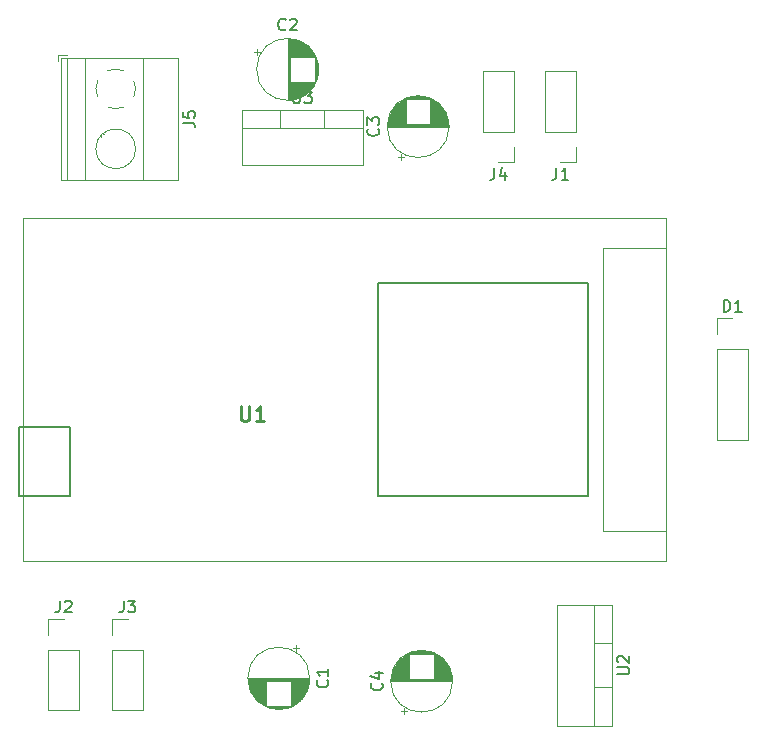
<source format=gbr>
%TF.GenerationSoftware,KiCad,Pcbnew,(5.1.12)-1*%
%TF.CreationDate,2022-11-28T15:07:04-05:00*%
%TF.ProjectId,Acceso,41636365-736f-42e6-9b69-6361645f7063,rev?*%
%TF.SameCoordinates,Original*%
%TF.FileFunction,Legend,Top*%
%TF.FilePolarity,Positive*%
%FSLAX46Y46*%
G04 Gerber Fmt 4.6, Leading zero omitted, Abs format (unit mm)*
G04 Created by KiCad (PCBNEW (5.1.12)-1) date 2022-11-28 15:07:04*
%MOMM*%
%LPD*%
G01*
G04 APERTURE LIST*
%ADD10C,0.120000*%
%ADD11C,0.100000*%
%ADD12C,0.200000*%
%ADD13C,0.150000*%
%ADD14C,0.254000*%
G04 APERTURE END LIST*
D10*
%TO.C,U3*%
X5720000Y16120000D02*
X15960000Y16120000D01*
X5720000Y11479000D02*
X15960000Y11479000D01*
X5720000Y16120000D02*
X5720000Y11479000D01*
X15960000Y16120000D02*
X15960000Y11479000D01*
X5720000Y14610000D02*
X15960000Y14610000D01*
X8990000Y16120000D02*
X8990000Y14610000D01*
X12691000Y16120000D02*
X12691000Y14610000D01*
%TO.C,U1*%
X36300000Y-19550000D02*
X41600000Y-19550000D01*
X36300000Y4450000D02*
X36300000Y-19550000D01*
X41600000Y4450000D02*
X36300000Y4450000D01*
D11*
X-12790000Y6950000D02*
X41610000Y6950000D01*
X41610000Y6950000D02*
X41610000Y-22050000D01*
X41610000Y-22050000D02*
X-12790000Y-22050000D01*
X-12790000Y-22050000D02*
X-12790000Y6950000D01*
D12*
X17220000Y1450000D02*
X17220000Y-16550000D01*
X17220000Y-16550000D02*
X35000000Y-16550000D01*
X35000000Y-16550000D02*
X35000000Y1450000D01*
X35000000Y1450000D02*
X17220000Y1450000D01*
X-13100000Y-10749000D02*
X-13100000Y-16555000D01*
X-13100000Y-16555000D02*
X-8778000Y-16555000D01*
X-8778000Y-16555000D02*
X-8778000Y-10749000D01*
X-8778000Y-10749000D02*
X-13100000Y-10749000D01*
D10*
%TO.C,C4*%
X23570000Y-32250000D02*
G75*
G03*
X23570000Y-32250000I-2620000J0D01*
G01*
X18370000Y-32250000D02*
X23530000Y-32250000D01*
X18370000Y-32210000D02*
X23530000Y-32210000D01*
X18371000Y-32170000D02*
X23529000Y-32170000D01*
X18372000Y-32130000D02*
X23528000Y-32130000D01*
X18374000Y-32090000D02*
X23526000Y-32090000D01*
X18377000Y-32050000D02*
X23523000Y-32050000D01*
X18381000Y-32010000D02*
X19910000Y-32010000D01*
X21990000Y-32010000D02*
X23519000Y-32010000D01*
X18385000Y-31970000D02*
X19910000Y-31970000D01*
X21990000Y-31970000D02*
X23515000Y-31970000D01*
X18389000Y-31930000D02*
X19910000Y-31930000D01*
X21990000Y-31930000D02*
X23511000Y-31930000D01*
X18394000Y-31890000D02*
X19910000Y-31890000D01*
X21990000Y-31890000D02*
X23506000Y-31890000D01*
X18400000Y-31850000D02*
X19910000Y-31850000D01*
X21990000Y-31850000D02*
X23500000Y-31850000D01*
X18407000Y-31810000D02*
X19910000Y-31810000D01*
X21990000Y-31810000D02*
X23493000Y-31810000D01*
X18414000Y-31770000D02*
X19910000Y-31770000D01*
X21990000Y-31770000D02*
X23486000Y-31770000D01*
X18422000Y-31730000D02*
X19910000Y-31730000D01*
X21990000Y-31730000D02*
X23478000Y-31730000D01*
X18430000Y-31690000D02*
X19910000Y-31690000D01*
X21990000Y-31690000D02*
X23470000Y-31690000D01*
X18439000Y-31650000D02*
X19910000Y-31650000D01*
X21990000Y-31650000D02*
X23461000Y-31650000D01*
X18449000Y-31610000D02*
X19910000Y-31610000D01*
X21990000Y-31610000D02*
X23451000Y-31610000D01*
X18459000Y-31570000D02*
X19910000Y-31570000D01*
X21990000Y-31570000D02*
X23441000Y-31570000D01*
X18470000Y-31529000D02*
X19910000Y-31529000D01*
X21990000Y-31529000D02*
X23430000Y-31529000D01*
X18482000Y-31489000D02*
X19910000Y-31489000D01*
X21990000Y-31489000D02*
X23418000Y-31489000D01*
X18495000Y-31449000D02*
X19910000Y-31449000D01*
X21990000Y-31449000D02*
X23405000Y-31449000D01*
X18508000Y-31409000D02*
X19910000Y-31409000D01*
X21990000Y-31409000D02*
X23392000Y-31409000D01*
X18522000Y-31369000D02*
X19910000Y-31369000D01*
X21990000Y-31369000D02*
X23378000Y-31369000D01*
X18536000Y-31329000D02*
X19910000Y-31329000D01*
X21990000Y-31329000D02*
X23364000Y-31329000D01*
X18552000Y-31289000D02*
X19910000Y-31289000D01*
X21990000Y-31289000D02*
X23348000Y-31289000D01*
X18568000Y-31249000D02*
X19910000Y-31249000D01*
X21990000Y-31249000D02*
X23332000Y-31249000D01*
X18585000Y-31209000D02*
X19910000Y-31209000D01*
X21990000Y-31209000D02*
X23315000Y-31209000D01*
X18602000Y-31169000D02*
X19910000Y-31169000D01*
X21990000Y-31169000D02*
X23298000Y-31169000D01*
X18621000Y-31129000D02*
X19910000Y-31129000D01*
X21990000Y-31129000D02*
X23279000Y-31129000D01*
X18640000Y-31089000D02*
X19910000Y-31089000D01*
X21990000Y-31089000D02*
X23260000Y-31089000D01*
X18660000Y-31049000D02*
X19910000Y-31049000D01*
X21990000Y-31049000D02*
X23240000Y-31049000D01*
X18682000Y-31009000D02*
X19910000Y-31009000D01*
X21990000Y-31009000D02*
X23218000Y-31009000D01*
X18703000Y-30969000D02*
X19910000Y-30969000D01*
X21990000Y-30969000D02*
X23197000Y-30969000D01*
X18726000Y-30929000D02*
X19910000Y-30929000D01*
X21990000Y-30929000D02*
X23174000Y-30929000D01*
X18750000Y-30889000D02*
X19910000Y-30889000D01*
X21990000Y-30889000D02*
X23150000Y-30889000D01*
X18775000Y-30849000D02*
X19910000Y-30849000D01*
X21990000Y-30849000D02*
X23125000Y-30849000D01*
X18801000Y-30809000D02*
X19910000Y-30809000D01*
X21990000Y-30809000D02*
X23099000Y-30809000D01*
X18828000Y-30769000D02*
X19910000Y-30769000D01*
X21990000Y-30769000D02*
X23072000Y-30769000D01*
X18855000Y-30729000D02*
X19910000Y-30729000D01*
X21990000Y-30729000D02*
X23045000Y-30729000D01*
X18885000Y-30689000D02*
X19910000Y-30689000D01*
X21990000Y-30689000D02*
X23015000Y-30689000D01*
X18915000Y-30649000D02*
X19910000Y-30649000D01*
X21990000Y-30649000D02*
X22985000Y-30649000D01*
X18946000Y-30609000D02*
X19910000Y-30609000D01*
X21990000Y-30609000D02*
X22954000Y-30609000D01*
X18979000Y-30569000D02*
X19910000Y-30569000D01*
X21990000Y-30569000D02*
X22921000Y-30569000D01*
X19013000Y-30529000D02*
X19910000Y-30529000D01*
X21990000Y-30529000D02*
X22887000Y-30529000D01*
X19049000Y-30489000D02*
X19910000Y-30489000D01*
X21990000Y-30489000D02*
X22851000Y-30489000D01*
X19086000Y-30449000D02*
X19910000Y-30449000D01*
X21990000Y-30449000D02*
X22814000Y-30449000D01*
X19124000Y-30409000D02*
X19910000Y-30409000D01*
X21990000Y-30409000D02*
X22776000Y-30409000D01*
X19165000Y-30369000D02*
X19910000Y-30369000D01*
X21990000Y-30369000D02*
X22735000Y-30369000D01*
X19207000Y-30329000D02*
X19910000Y-30329000D01*
X21990000Y-30329000D02*
X22693000Y-30329000D01*
X19251000Y-30289000D02*
X19910000Y-30289000D01*
X21990000Y-30289000D02*
X22649000Y-30289000D01*
X19297000Y-30249000D02*
X19910000Y-30249000D01*
X21990000Y-30249000D02*
X22603000Y-30249000D01*
X19345000Y-30209000D02*
X19910000Y-30209000D01*
X21990000Y-30209000D02*
X22555000Y-30209000D01*
X19396000Y-30169000D02*
X19910000Y-30169000D01*
X21990000Y-30169000D02*
X22504000Y-30169000D01*
X19450000Y-30129000D02*
X19910000Y-30129000D01*
X21990000Y-30129000D02*
X22450000Y-30129000D01*
X19507000Y-30089000D02*
X19910000Y-30089000D01*
X21990000Y-30089000D02*
X22393000Y-30089000D01*
X19567000Y-30049000D02*
X19910000Y-30049000D01*
X21990000Y-30049000D02*
X22333000Y-30049000D01*
X19631000Y-30009000D02*
X19910000Y-30009000D01*
X21990000Y-30009000D02*
X22269000Y-30009000D01*
X19699000Y-29969000D02*
X19910000Y-29969000D01*
X21990000Y-29969000D02*
X22201000Y-29969000D01*
X19772000Y-29929000D02*
X22128000Y-29929000D01*
X19852000Y-29889000D02*
X22048000Y-29889000D01*
X19939000Y-29849000D02*
X21961000Y-29849000D01*
X20035000Y-29809000D02*
X21865000Y-29809000D01*
X20145000Y-29769000D02*
X21755000Y-29769000D01*
X20273000Y-29729000D02*
X21627000Y-29729000D01*
X20432000Y-29689000D02*
X21468000Y-29689000D01*
X20666000Y-29649000D02*
X21234000Y-29649000D01*
X19475000Y-35054775D02*
X19475000Y-34554775D01*
X19225000Y-34804775D02*
X19725000Y-34804775D01*
%TO.C,C3*%
X23270000Y14700000D02*
G75*
G03*
X23270000Y14700000I-2620000J0D01*
G01*
X18070000Y14700000D02*
X23230000Y14700000D01*
X18070000Y14740000D02*
X23230000Y14740000D01*
X18071000Y14780000D02*
X23229000Y14780000D01*
X18072000Y14820000D02*
X23228000Y14820000D01*
X18074000Y14860000D02*
X23226000Y14860000D01*
X18077000Y14900000D02*
X23223000Y14900000D01*
X18081000Y14940000D02*
X19610000Y14940000D01*
X21690000Y14940000D02*
X23219000Y14940000D01*
X18085000Y14980000D02*
X19610000Y14980000D01*
X21690000Y14980000D02*
X23215000Y14980000D01*
X18089000Y15020000D02*
X19610000Y15020000D01*
X21690000Y15020000D02*
X23211000Y15020000D01*
X18094000Y15060000D02*
X19610000Y15060000D01*
X21690000Y15060000D02*
X23206000Y15060000D01*
X18100000Y15100000D02*
X19610000Y15100000D01*
X21690000Y15100000D02*
X23200000Y15100000D01*
X18107000Y15140000D02*
X19610000Y15140000D01*
X21690000Y15140000D02*
X23193000Y15140000D01*
X18114000Y15180000D02*
X19610000Y15180000D01*
X21690000Y15180000D02*
X23186000Y15180000D01*
X18122000Y15220000D02*
X19610000Y15220000D01*
X21690000Y15220000D02*
X23178000Y15220000D01*
X18130000Y15260000D02*
X19610000Y15260000D01*
X21690000Y15260000D02*
X23170000Y15260000D01*
X18139000Y15300000D02*
X19610000Y15300000D01*
X21690000Y15300000D02*
X23161000Y15300000D01*
X18149000Y15340000D02*
X19610000Y15340000D01*
X21690000Y15340000D02*
X23151000Y15340000D01*
X18159000Y15380000D02*
X19610000Y15380000D01*
X21690000Y15380000D02*
X23141000Y15380000D01*
X18170000Y15421000D02*
X19610000Y15421000D01*
X21690000Y15421000D02*
X23130000Y15421000D01*
X18182000Y15461000D02*
X19610000Y15461000D01*
X21690000Y15461000D02*
X23118000Y15461000D01*
X18195000Y15501000D02*
X19610000Y15501000D01*
X21690000Y15501000D02*
X23105000Y15501000D01*
X18208000Y15541000D02*
X19610000Y15541000D01*
X21690000Y15541000D02*
X23092000Y15541000D01*
X18222000Y15581000D02*
X19610000Y15581000D01*
X21690000Y15581000D02*
X23078000Y15581000D01*
X18236000Y15621000D02*
X19610000Y15621000D01*
X21690000Y15621000D02*
X23064000Y15621000D01*
X18252000Y15661000D02*
X19610000Y15661000D01*
X21690000Y15661000D02*
X23048000Y15661000D01*
X18268000Y15701000D02*
X19610000Y15701000D01*
X21690000Y15701000D02*
X23032000Y15701000D01*
X18285000Y15741000D02*
X19610000Y15741000D01*
X21690000Y15741000D02*
X23015000Y15741000D01*
X18302000Y15781000D02*
X19610000Y15781000D01*
X21690000Y15781000D02*
X22998000Y15781000D01*
X18321000Y15821000D02*
X19610000Y15821000D01*
X21690000Y15821000D02*
X22979000Y15821000D01*
X18340000Y15861000D02*
X19610000Y15861000D01*
X21690000Y15861000D02*
X22960000Y15861000D01*
X18360000Y15901000D02*
X19610000Y15901000D01*
X21690000Y15901000D02*
X22940000Y15901000D01*
X18382000Y15941000D02*
X19610000Y15941000D01*
X21690000Y15941000D02*
X22918000Y15941000D01*
X18403000Y15981000D02*
X19610000Y15981000D01*
X21690000Y15981000D02*
X22897000Y15981000D01*
X18426000Y16021000D02*
X19610000Y16021000D01*
X21690000Y16021000D02*
X22874000Y16021000D01*
X18450000Y16061000D02*
X19610000Y16061000D01*
X21690000Y16061000D02*
X22850000Y16061000D01*
X18475000Y16101000D02*
X19610000Y16101000D01*
X21690000Y16101000D02*
X22825000Y16101000D01*
X18501000Y16141000D02*
X19610000Y16141000D01*
X21690000Y16141000D02*
X22799000Y16141000D01*
X18528000Y16181000D02*
X19610000Y16181000D01*
X21690000Y16181000D02*
X22772000Y16181000D01*
X18555000Y16221000D02*
X19610000Y16221000D01*
X21690000Y16221000D02*
X22745000Y16221000D01*
X18585000Y16261000D02*
X19610000Y16261000D01*
X21690000Y16261000D02*
X22715000Y16261000D01*
X18615000Y16301000D02*
X19610000Y16301000D01*
X21690000Y16301000D02*
X22685000Y16301000D01*
X18646000Y16341000D02*
X19610000Y16341000D01*
X21690000Y16341000D02*
X22654000Y16341000D01*
X18679000Y16381000D02*
X19610000Y16381000D01*
X21690000Y16381000D02*
X22621000Y16381000D01*
X18713000Y16421000D02*
X19610000Y16421000D01*
X21690000Y16421000D02*
X22587000Y16421000D01*
X18749000Y16461000D02*
X19610000Y16461000D01*
X21690000Y16461000D02*
X22551000Y16461000D01*
X18786000Y16501000D02*
X19610000Y16501000D01*
X21690000Y16501000D02*
X22514000Y16501000D01*
X18824000Y16541000D02*
X19610000Y16541000D01*
X21690000Y16541000D02*
X22476000Y16541000D01*
X18865000Y16581000D02*
X19610000Y16581000D01*
X21690000Y16581000D02*
X22435000Y16581000D01*
X18907000Y16621000D02*
X19610000Y16621000D01*
X21690000Y16621000D02*
X22393000Y16621000D01*
X18951000Y16661000D02*
X19610000Y16661000D01*
X21690000Y16661000D02*
X22349000Y16661000D01*
X18997000Y16701000D02*
X19610000Y16701000D01*
X21690000Y16701000D02*
X22303000Y16701000D01*
X19045000Y16741000D02*
X19610000Y16741000D01*
X21690000Y16741000D02*
X22255000Y16741000D01*
X19096000Y16781000D02*
X19610000Y16781000D01*
X21690000Y16781000D02*
X22204000Y16781000D01*
X19150000Y16821000D02*
X19610000Y16821000D01*
X21690000Y16821000D02*
X22150000Y16821000D01*
X19207000Y16861000D02*
X19610000Y16861000D01*
X21690000Y16861000D02*
X22093000Y16861000D01*
X19267000Y16901000D02*
X19610000Y16901000D01*
X21690000Y16901000D02*
X22033000Y16901000D01*
X19331000Y16941000D02*
X19610000Y16941000D01*
X21690000Y16941000D02*
X21969000Y16941000D01*
X19399000Y16981000D02*
X19610000Y16981000D01*
X21690000Y16981000D02*
X21901000Y16981000D01*
X19472000Y17021000D02*
X21828000Y17021000D01*
X19552000Y17061000D02*
X21748000Y17061000D01*
X19639000Y17101000D02*
X21661000Y17101000D01*
X19735000Y17141000D02*
X21565000Y17141000D01*
X19845000Y17181000D02*
X21455000Y17181000D01*
X19973000Y17221000D02*
X21327000Y17221000D01*
X20132000Y17261000D02*
X21168000Y17261000D01*
X20366000Y17301000D02*
X20934000Y17301000D01*
X19175000Y11895225D02*
X19175000Y12395225D01*
X18925000Y12145225D02*
X19425000Y12145225D01*
%TO.C,C2*%
X12220000Y19550000D02*
G75*
G03*
X12220000Y19550000I-2620000J0D01*
G01*
X9600000Y22130000D02*
X9600000Y16970000D01*
X9640000Y22130000D02*
X9640000Y16970000D01*
X9680000Y22129000D02*
X9680000Y16971000D01*
X9720000Y22128000D02*
X9720000Y16972000D01*
X9760000Y22126000D02*
X9760000Y16974000D01*
X9800000Y22123000D02*
X9800000Y16977000D01*
X9840000Y22119000D02*
X9840000Y20590000D01*
X9840000Y18510000D02*
X9840000Y16981000D01*
X9880000Y22115000D02*
X9880000Y20590000D01*
X9880000Y18510000D02*
X9880000Y16985000D01*
X9920000Y22111000D02*
X9920000Y20590000D01*
X9920000Y18510000D02*
X9920000Y16989000D01*
X9960000Y22106000D02*
X9960000Y20590000D01*
X9960000Y18510000D02*
X9960000Y16994000D01*
X10000000Y22100000D02*
X10000000Y20590000D01*
X10000000Y18510000D02*
X10000000Y17000000D01*
X10040000Y22093000D02*
X10040000Y20590000D01*
X10040000Y18510000D02*
X10040000Y17007000D01*
X10080000Y22086000D02*
X10080000Y20590000D01*
X10080000Y18510000D02*
X10080000Y17014000D01*
X10120000Y22078000D02*
X10120000Y20590000D01*
X10120000Y18510000D02*
X10120000Y17022000D01*
X10160000Y22070000D02*
X10160000Y20590000D01*
X10160000Y18510000D02*
X10160000Y17030000D01*
X10200000Y22061000D02*
X10200000Y20590000D01*
X10200000Y18510000D02*
X10200000Y17039000D01*
X10240000Y22051000D02*
X10240000Y20590000D01*
X10240000Y18510000D02*
X10240000Y17049000D01*
X10280000Y22041000D02*
X10280000Y20590000D01*
X10280000Y18510000D02*
X10280000Y17059000D01*
X10321000Y22030000D02*
X10321000Y20590000D01*
X10321000Y18510000D02*
X10321000Y17070000D01*
X10361000Y22018000D02*
X10361000Y20590000D01*
X10361000Y18510000D02*
X10361000Y17082000D01*
X10401000Y22005000D02*
X10401000Y20590000D01*
X10401000Y18510000D02*
X10401000Y17095000D01*
X10441000Y21992000D02*
X10441000Y20590000D01*
X10441000Y18510000D02*
X10441000Y17108000D01*
X10481000Y21978000D02*
X10481000Y20590000D01*
X10481000Y18510000D02*
X10481000Y17122000D01*
X10521000Y21964000D02*
X10521000Y20590000D01*
X10521000Y18510000D02*
X10521000Y17136000D01*
X10561000Y21948000D02*
X10561000Y20590000D01*
X10561000Y18510000D02*
X10561000Y17152000D01*
X10601000Y21932000D02*
X10601000Y20590000D01*
X10601000Y18510000D02*
X10601000Y17168000D01*
X10641000Y21915000D02*
X10641000Y20590000D01*
X10641000Y18510000D02*
X10641000Y17185000D01*
X10681000Y21898000D02*
X10681000Y20590000D01*
X10681000Y18510000D02*
X10681000Y17202000D01*
X10721000Y21879000D02*
X10721000Y20590000D01*
X10721000Y18510000D02*
X10721000Y17221000D01*
X10761000Y21860000D02*
X10761000Y20590000D01*
X10761000Y18510000D02*
X10761000Y17240000D01*
X10801000Y21840000D02*
X10801000Y20590000D01*
X10801000Y18510000D02*
X10801000Y17260000D01*
X10841000Y21818000D02*
X10841000Y20590000D01*
X10841000Y18510000D02*
X10841000Y17282000D01*
X10881000Y21797000D02*
X10881000Y20590000D01*
X10881000Y18510000D02*
X10881000Y17303000D01*
X10921000Y21774000D02*
X10921000Y20590000D01*
X10921000Y18510000D02*
X10921000Y17326000D01*
X10961000Y21750000D02*
X10961000Y20590000D01*
X10961000Y18510000D02*
X10961000Y17350000D01*
X11001000Y21725000D02*
X11001000Y20590000D01*
X11001000Y18510000D02*
X11001000Y17375000D01*
X11041000Y21699000D02*
X11041000Y20590000D01*
X11041000Y18510000D02*
X11041000Y17401000D01*
X11081000Y21672000D02*
X11081000Y20590000D01*
X11081000Y18510000D02*
X11081000Y17428000D01*
X11121000Y21645000D02*
X11121000Y20590000D01*
X11121000Y18510000D02*
X11121000Y17455000D01*
X11161000Y21615000D02*
X11161000Y20590000D01*
X11161000Y18510000D02*
X11161000Y17485000D01*
X11201000Y21585000D02*
X11201000Y20590000D01*
X11201000Y18510000D02*
X11201000Y17515000D01*
X11241000Y21554000D02*
X11241000Y20590000D01*
X11241000Y18510000D02*
X11241000Y17546000D01*
X11281000Y21521000D02*
X11281000Y20590000D01*
X11281000Y18510000D02*
X11281000Y17579000D01*
X11321000Y21487000D02*
X11321000Y20590000D01*
X11321000Y18510000D02*
X11321000Y17613000D01*
X11361000Y21451000D02*
X11361000Y20590000D01*
X11361000Y18510000D02*
X11361000Y17649000D01*
X11401000Y21414000D02*
X11401000Y20590000D01*
X11401000Y18510000D02*
X11401000Y17686000D01*
X11441000Y21376000D02*
X11441000Y20590000D01*
X11441000Y18510000D02*
X11441000Y17724000D01*
X11481000Y21335000D02*
X11481000Y20590000D01*
X11481000Y18510000D02*
X11481000Y17765000D01*
X11521000Y21293000D02*
X11521000Y20590000D01*
X11521000Y18510000D02*
X11521000Y17807000D01*
X11561000Y21249000D02*
X11561000Y20590000D01*
X11561000Y18510000D02*
X11561000Y17851000D01*
X11601000Y21203000D02*
X11601000Y20590000D01*
X11601000Y18510000D02*
X11601000Y17897000D01*
X11641000Y21155000D02*
X11641000Y20590000D01*
X11641000Y18510000D02*
X11641000Y17945000D01*
X11681000Y21104000D02*
X11681000Y20590000D01*
X11681000Y18510000D02*
X11681000Y17996000D01*
X11721000Y21050000D02*
X11721000Y20590000D01*
X11721000Y18510000D02*
X11721000Y18050000D01*
X11761000Y20993000D02*
X11761000Y20590000D01*
X11761000Y18510000D02*
X11761000Y18107000D01*
X11801000Y20933000D02*
X11801000Y20590000D01*
X11801000Y18510000D02*
X11801000Y18167000D01*
X11841000Y20869000D02*
X11841000Y20590000D01*
X11841000Y18510000D02*
X11841000Y18231000D01*
X11881000Y20801000D02*
X11881000Y20590000D01*
X11881000Y18510000D02*
X11881000Y18299000D01*
X11921000Y20728000D02*
X11921000Y18372000D01*
X11961000Y20648000D02*
X11961000Y18452000D01*
X12001000Y20561000D02*
X12001000Y18539000D01*
X12041000Y20465000D02*
X12041000Y18635000D01*
X12081000Y20355000D02*
X12081000Y18745000D01*
X12121000Y20227000D02*
X12121000Y18873000D01*
X12161000Y20068000D02*
X12161000Y19032000D01*
X12201000Y19834000D02*
X12201000Y19266000D01*
X6795225Y21025000D02*
X7295225Y21025000D01*
X7045225Y21275000D02*
X7045225Y20775000D01*
%TO.C,C1*%
X11470000Y-32000000D02*
G75*
G03*
X11470000Y-32000000I-2620000J0D01*
G01*
X11430000Y-32000000D02*
X6270000Y-32000000D01*
X11430000Y-32040000D02*
X6270000Y-32040000D01*
X11429000Y-32080000D02*
X6271000Y-32080000D01*
X11428000Y-32120000D02*
X6272000Y-32120000D01*
X11426000Y-32160000D02*
X6274000Y-32160000D01*
X11423000Y-32200000D02*
X6277000Y-32200000D01*
X11419000Y-32240000D02*
X9890000Y-32240000D01*
X7810000Y-32240000D02*
X6281000Y-32240000D01*
X11415000Y-32280000D02*
X9890000Y-32280000D01*
X7810000Y-32280000D02*
X6285000Y-32280000D01*
X11411000Y-32320000D02*
X9890000Y-32320000D01*
X7810000Y-32320000D02*
X6289000Y-32320000D01*
X11406000Y-32360000D02*
X9890000Y-32360000D01*
X7810000Y-32360000D02*
X6294000Y-32360000D01*
X11400000Y-32400000D02*
X9890000Y-32400000D01*
X7810000Y-32400000D02*
X6300000Y-32400000D01*
X11393000Y-32440000D02*
X9890000Y-32440000D01*
X7810000Y-32440000D02*
X6307000Y-32440000D01*
X11386000Y-32480000D02*
X9890000Y-32480000D01*
X7810000Y-32480000D02*
X6314000Y-32480000D01*
X11378000Y-32520000D02*
X9890000Y-32520000D01*
X7810000Y-32520000D02*
X6322000Y-32520000D01*
X11370000Y-32560000D02*
X9890000Y-32560000D01*
X7810000Y-32560000D02*
X6330000Y-32560000D01*
X11361000Y-32600000D02*
X9890000Y-32600000D01*
X7810000Y-32600000D02*
X6339000Y-32600000D01*
X11351000Y-32640000D02*
X9890000Y-32640000D01*
X7810000Y-32640000D02*
X6349000Y-32640000D01*
X11341000Y-32680000D02*
X9890000Y-32680000D01*
X7810000Y-32680000D02*
X6359000Y-32680000D01*
X11330000Y-32721000D02*
X9890000Y-32721000D01*
X7810000Y-32721000D02*
X6370000Y-32721000D01*
X11318000Y-32761000D02*
X9890000Y-32761000D01*
X7810000Y-32761000D02*
X6382000Y-32761000D01*
X11305000Y-32801000D02*
X9890000Y-32801000D01*
X7810000Y-32801000D02*
X6395000Y-32801000D01*
X11292000Y-32841000D02*
X9890000Y-32841000D01*
X7810000Y-32841000D02*
X6408000Y-32841000D01*
X11278000Y-32881000D02*
X9890000Y-32881000D01*
X7810000Y-32881000D02*
X6422000Y-32881000D01*
X11264000Y-32921000D02*
X9890000Y-32921000D01*
X7810000Y-32921000D02*
X6436000Y-32921000D01*
X11248000Y-32961000D02*
X9890000Y-32961000D01*
X7810000Y-32961000D02*
X6452000Y-32961000D01*
X11232000Y-33001000D02*
X9890000Y-33001000D01*
X7810000Y-33001000D02*
X6468000Y-33001000D01*
X11215000Y-33041000D02*
X9890000Y-33041000D01*
X7810000Y-33041000D02*
X6485000Y-33041000D01*
X11198000Y-33081000D02*
X9890000Y-33081000D01*
X7810000Y-33081000D02*
X6502000Y-33081000D01*
X11179000Y-33121000D02*
X9890000Y-33121000D01*
X7810000Y-33121000D02*
X6521000Y-33121000D01*
X11160000Y-33161000D02*
X9890000Y-33161000D01*
X7810000Y-33161000D02*
X6540000Y-33161000D01*
X11140000Y-33201000D02*
X9890000Y-33201000D01*
X7810000Y-33201000D02*
X6560000Y-33201000D01*
X11118000Y-33241000D02*
X9890000Y-33241000D01*
X7810000Y-33241000D02*
X6582000Y-33241000D01*
X11097000Y-33281000D02*
X9890000Y-33281000D01*
X7810000Y-33281000D02*
X6603000Y-33281000D01*
X11074000Y-33321000D02*
X9890000Y-33321000D01*
X7810000Y-33321000D02*
X6626000Y-33321000D01*
X11050000Y-33361000D02*
X9890000Y-33361000D01*
X7810000Y-33361000D02*
X6650000Y-33361000D01*
X11025000Y-33401000D02*
X9890000Y-33401000D01*
X7810000Y-33401000D02*
X6675000Y-33401000D01*
X10999000Y-33441000D02*
X9890000Y-33441000D01*
X7810000Y-33441000D02*
X6701000Y-33441000D01*
X10972000Y-33481000D02*
X9890000Y-33481000D01*
X7810000Y-33481000D02*
X6728000Y-33481000D01*
X10945000Y-33521000D02*
X9890000Y-33521000D01*
X7810000Y-33521000D02*
X6755000Y-33521000D01*
X10915000Y-33561000D02*
X9890000Y-33561000D01*
X7810000Y-33561000D02*
X6785000Y-33561000D01*
X10885000Y-33601000D02*
X9890000Y-33601000D01*
X7810000Y-33601000D02*
X6815000Y-33601000D01*
X10854000Y-33641000D02*
X9890000Y-33641000D01*
X7810000Y-33641000D02*
X6846000Y-33641000D01*
X10821000Y-33681000D02*
X9890000Y-33681000D01*
X7810000Y-33681000D02*
X6879000Y-33681000D01*
X10787000Y-33721000D02*
X9890000Y-33721000D01*
X7810000Y-33721000D02*
X6913000Y-33721000D01*
X10751000Y-33761000D02*
X9890000Y-33761000D01*
X7810000Y-33761000D02*
X6949000Y-33761000D01*
X10714000Y-33801000D02*
X9890000Y-33801000D01*
X7810000Y-33801000D02*
X6986000Y-33801000D01*
X10676000Y-33841000D02*
X9890000Y-33841000D01*
X7810000Y-33841000D02*
X7024000Y-33841000D01*
X10635000Y-33881000D02*
X9890000Y-33881000D01*
X7810000Y-33881000D02*
X7065000Y-33881000D01*
X10593000Y-33921000D02*
X9890000Y-33921000D01*
X7810000Y-33921000D02*
X7107000Y-33921000D01*
X10549000Y-33961000D02*
X9890000Y-33961000D01*
X7810000Y-33961000D02*
X7151000Y-33961000D01*
X10503000Y-34001000D02*
X9890000Y-34001000D01*
X7810000Y-34001000D02*
X7197000Y-34001000D01*
X10455000Y-34041000D02*
X9890000Y-34041000D01*
X7810000Y-34041000D02*
X7245000Y-34041000D01*
X10404000Y-34081000D02*
X9890000Y-34081000D01*
X7810000Y-34081000D02*
X7296000Y-34081000D01*
X10350000Y-34121000D02*
X9890000Y-34121000D01*
X7810000Y-34121000D02*
X7350000Y-34121000D01*
X10293000Y-34161000D02*
X9890000Y-34161000D01*
X7810000Y-34161000D02*
X7407000Y-34161000D01*
X10233000Y-34201000D02*
X9890000Y-34201000D01*
X7810000Y-34201000D02*
X7467000Y-34201000D01*
X10169000Y-34241000D02*
X9890000Y-34241000D01*
X7810000Y-34241000D02*
X7531000Y-34241000D01*
X10101000Y-34281000D02*
X9890000Y-34281000D01*
X7810000Y-34281000D02*
X7599000Y-34281000D01*
X10028000Y-34321000D02*
X7672000Y-34321000D01*
X9948000Y-34361000D02*
X7752000Y-34361000D01*
X9861000Y-34401000D02*
X7839000Y-34401000D01*
X9765000Y-34441000D02*
X7935000Y-34441000D01*
X9655000Y-34481000D02*
X8045000Y-34481000D01*
X9527000Y-34521000D02*
X8173000Y-34521000D01*
X9368000Y-34561000D02*
X8332000Y-34561000D01*
X9134000Y-34601000D02*
X8566000Y-34601000D01*
X10325000Y-29195225D02*
X10325000Y-29695225D01*
X10575000Y-29445225D02*
X10075000Y-29445225D01*
%TO.C,D1*%
X45920000Y-11800000D02*
X48580000Y-11800000D01*
X45920000Y-4120000D02*
X45920000Y-11800000D01*
X48580000Y-4120000D02*
X48580000Y-11800000D01*
X45920000Y-4120000D02*
X48580000Y-4120000D01*
X45920000Y-2850000D02*
X45920000Y-1520000D01*
X45920000Y-1520000D02*
X47250000Y-1520000D01*
%TO.C,J5*%
X-9850000Y20740000D02*
X-9850000Y20240000D01*
X-9110000Y20740000D02*
X-9850000Y20740000D01*
X-5973000Y14047000D02*
X-6019000Y14094000D01*
X-3675000Y11750000D02*
X-3711000Y11785000D01*
X-6189000Y13854000D02*
X-6224000Y13889000D01*
X-3881000Y11545000D02*
X-3927000Y11592000D01*
X311000Y10220000D02*
X-9610000Y10220000D01*
X311000Y20500000D02*
X-9610000Y20500000D01*
X-9610000Y20500000D02*
X-9610000Y10220000D01*
X311000Y20500000D02*
X311000Y10220000D01*
X-2649000Y20500000D02*
X-2649000Y10220000D01*
X-7550000Y20500000D02*
X-7550000Y10220000D01*
X-9050000Y20500000D02*
X-9050000Y10220000D01*
X-3270000Y12820000D02*
G75*
G03*
X-3270000Y12820000I-1680000J0D01*
G01*
X-6630253Y17871195D02*
G75*
G02*
X-6485000Y18584000I1680253J28805D01*
G01*
X-5633042Y19435426D02*
G75*
G02*
X-4266000Y19435000I683042J-1535426D01*
G01*
X-3414574Y18583042D02*
G75*
G02*
X-3415000Y17216000I-1535426J-683042D01*
G01*
X-4266958Y16364574D02*
G75*
G02*
X-5634000Y16365000I-683042J1535426D01*
G01*
X-6484756Y17216682D02*
G75*
G02*
X-6630000Y17900000I1534756J683318D01*
G01*
%TO.C,U2*%
X37070000Y-25770000D02*
X37070000Y-36010000D01*
X32429000Y-25770000D02*
X32429000Y-36010000D01*
X37070000Y-25770000D02*
X32429000Y-25770000D01*
X37070000Y-36010000D02*
X32429000Y-36010000D01*
X35560000Y-25770000D02*
X35560000Y-36010000D01*
X37070000Y-29040000D02*
X35560000Y-29040000D01*
X37070000Y-32741000D02*
X35560000Y-32741000D01*
%TO.C,J4*%
X28780000Y19410000D02*
X26120000Y19410000D01*
X28780000Y14270000D02*
X28780000Y19410000D01*
X26120000Y14270000D02*
X26120000Y19410000D01*
X28780000Y14270000D02*
X26120000Y14270000D01*
X28780000Y13000000D02*
X28780000Y11670000D01*
X28780000Y11670000D02*
X27450000Y11670000D01*
%TO.C,J3*%
X-5280000Y-34710000D02*
X-2620000Y-34710000D01*
X-5280000Y-29570000D02*
X-5280000Y-34710000D01*
X-2620000Y-29570000D02*
X-2620000Y-34710000D01*
X-5280000Y-29570000D02*
X-2620000Y-29570000D01*
X-5280000Y-28300000D02*
X-5280000Y-26970000D01*
X-5280000Y-26970000D02*
X-3950000Y-26970000D01*
%TO.C,J2*%
X-10680000Y-34710000D02*
X-8020000Y-34710000D01*
X-10680000Y-29570000D02*
X-10680000Y-34710000D01*
X-8020000Y-29570000D02*
X-8020000Y-34710000D01*
X-10680000Y-29570000D02*
X-8020000Y-29570000D01*
X-10680000Y-28300000D02*
X-10680000Y-26970000D01*
X-10680000Y-26970000D02*
X-9350000Y-26970000D01*
%TO.C,J1*%
X34030000Y19410000D02*
X31370000Y19410000D01*
X34030000Y14270000D02*
X34030000Y19410000D01*
X31370000Y14270000D02*
X31370000Y19410000D01*
X34030000Y14270000D02*
X31370000Y14270000D01*
X34030000Y13000000D02*
X34030000Y11670000D01*
X34030000Y11670000D02*
X32700000Y11670000D01*
%TO.C,U3*%
D13*
X10078095Y17667619D02*
X10078095Y16858095D01*
X10125714Y16762857D01*
X10173333Y16715238D01*
X10268571Y16667619D01*
X10459047Y16667619D01*
X10554285Y16715238D01*
X10601904Y16762857D01*
X10649523Y16858095D01*
X10649523Y17667619D01*
X11030476Y17667619D02*
X11649523Y17667619D01*
X11316190Y17286666D01*
X11459047Y17286666D01*
X11554285Y17239047D01*
X11601904Y17191428D01*
X11649523Y17096190D01*
X11649523Y16858095D01*
X11601904Y16762857D01*
X11554285Y16715238D01*
X11459047Y16667619D01*
X11173333Y16667619D01*
X11078095Y16715238D01*
X11030476Y16762857D01*
%TO.C,U1*%
D14*
X5632380Y-8954523D02*
X5632380Y-9982619D01*
X5692857Y-10103571D01*
X5753333Y-10164047D01*
X5874285Y-10224523D01*
X6116190Y-10224523D01*
X6237142Y-10164047D01*
X6297619Y-10103571D01*
X6358095Y-9982619D01*
X6358095Y-8954523D01*
X7628095Y-10224523D02*
X6902380Y-10224523D01*
X7265238Y-10224523D02*
X7265238Y-8954523D01*
X7144285Y-9135952D01*
X7023333Y-9256904D01*
X6902380Y-9317380D01*
%TO.C,C4*%
D13*
X17557142Y-32416666D02*
X17604761Y-32464285D01*
X17652380Y-32607142D01*
X17652380Y-32702380D01*
X17604761Y-32845238D01*
X17509523Y-32940476D01*
X17414285Y-32988095D01*
X17223809Y-33035714D01*
X17080952Y-33035714D01*
X16890476Y-32988095D01*
X16795238Y-32940476D01*
X16700000Y-32845238D01*
X16652380Y-32702380D01*
X16652380Y-32607142D01*
X16700000Y-32464285D01*
X16747619Y-32416666D01*
X16985714Y-31559523D02*
X17652380Y-31559523D01*
X16604761Y-31797619D02*
X17319047Y-32035714D01*
X17319047Y-31416666D01*
%TO.C,C3*%
X17257142Y14533333D02*
X17304761Y14485714D01*
X17352380Y14342857D01*
X17352380Y14247619D01*
X17304761Y14104761D01*
X17209523Y14009523D01*
X17114285Y13961904D01*
X16923809Y13914285D01*
X16780952Y13914285D01*
X16590476Y13961904D01*
X16495238Y14009523D01*
X16400000Y14104761D01*
X16352380Y14247619D01*
X16352380Y14342857D01*
X16400000Y14485714D01*
X16447619Y14533333D01*
X16352380Y14866666D02*
X16352380Y15485714D01*
X16733333Y15152380D01*
X16733333Y15295238D01*
X16780952Y15390476D01*
X16828571Y15438095D01*
X16923809Y15485714D01*
X17161904Y15485714D01*
X17257142Y15438095D01*
X17304761Y15390476D01*
X17352380Y15295238D01*
X17352380Y15009523D01*
X17304761Y14914285D01*
X17257142Y14866666D01*
%TO.C,C2*%
X9433333Y22942857D02*
X9385714Y22895238D01*
X9242857Y22847619D01*
X9147619Y22847619D01*
X9004761Y22895238D01*
X8909523Y22990476D01*
X8861904Y23085714D01*
X8814285Y23276190D01*
X8814285Y23419047D01*
X8861904Y23609523D01*
X8909523Y23704761D01*
X9004761Y23800000D01*
X9147619Y23847619D01*
X9242857Y23847619D01*
X9385714Y23800000D01*
X9433333Y23752380D01*
X9814285Y23752380D02*
X9861904Y23800000D01*
X9957142Y23847619D01*
X10195238Y23847619D01*
X10290476Y23800000D01*
X10338095Y23752380D01*
X10385714Y23657142D01*
X10385714Y23561904D01*
X10338095Y23419047D01*
X9766666Y22847619D01*
X10385714Y22847619D01*
%TO.C,C1*%
X12957142Y-32166666D02*
X13004761Y-32214285D01*
X13052380Y-32357142D01*
X13052380Y-32452380D01*
X13004761Y-32595238D01*
X12909523Y-32690476D01*
X12814285Y-32738095D01*
X12623809Y-32785714D01*
X12480952Y-32785714D01*
X12290476Y-32738095D01*
X12195238Y-32690476D01*
X12100000Y-32595238D01*
X12052380Y-32452380D01*
X12052380Y-32357142D01*
X12100000Y-32214285D01*
X12147619Y-32166666D01*
X13052380Y-31214285D02*
X13052380Y-31785714D01*
X13052380Y-31500000D02*
X12052380Y-31500000D01*
X12195238Y-31595238D01*
X12290476Y-31690476D01*
X12338095Y-31785714D01*
%TO.C,D1*%
X46511904Y-972380D02*
X46511904Y27619D01*
X46750000Y27619D01*
X46892857Y-20000D01*
X46988095Y-115238D01*
X47035714Y-210476D01*
X47083333Y-400952D01*
X47083333Y-543809D01*
X47035714Y-734285D01*
X46988095Y-829523D01*
X46892857Y-924761D01*
X46750000Y-972380D01*
X46511904Y-972380D01*
X48035714Y-972380D02*
X47464285Y-972380D01*
X47750000Y-972380D02*
X47750000Y27619D01*
X47654761Y-115238D01*
X47559523Y-210476D01*
X47464285Y-258095D01*
%TO.C,J5*%
X762380Y15026666D02*
X1476666Y15026666D01*
X1619523Y14979047D01*
X1714761Y14883809D01*
X1762380Y14740952D01*
X1762380Y14645714D01*
X762380Y15979047D02*
X762380Y15502857D01*
X1238571Y15455238D01*
X1190952Y15502857D01*
X1143333Y15598095D01*
X1143333Y15836190D01*
X1190952Y15931428D01*
X1238571Y15979047D01*
X1333809Y16026666D01*
X1571904Y16026666D01*
X1667142Y15979047D01*
X1714761Y15931428D01*
X1762380Y15836190D01*
X1762380Y15598095D01*
X1714761Y15502857D01*
X1667142Y15455238D01*
%TO.C,U2*%
X37522380Y-31651904D02*
X38331904Y-31651904D01*
X38427142Y-31604285D01*
X38474761Y-31556666D01*
X38522380Y-31461428D01*
X38522380Y-31270952D01*
X38474761Y-31175714D01*
X38427142Y-31128095D01*
X38331904Y-31080476D01*
X37522380Y-31080476D01*
X37617619Y-30651904D02*
X37570000Y-30604285D01*
X37522380Y-30509047D01*
X37522380Y-30270952D01*
X37570000Y-30175714D01*
X37617619Y-30128095D01*
X37712857Y-30080476D01*
X37808095Y-30080476D01*
X37950952Y-30128095D01*
X38522380Y-30699523D01*
X38522380Y-30080476D01*
%TO.C,J4*%
X27116666Y11217619D02*
X27116666Y10503333D01*
X27069047Y10360476D01*
X26973809Y10265238D01*
X26830952Y10217619D01*
X26735714Y10217619D01*
X28021428Y10884285D02*
X28021428Y10217619D01*
X27783333Y11265238D02*
X27545238Y10550952D01*
X28164285Y10550952D01*
%TO.C,J3*%
X-4283333Y-25422380D02*
X-4283333Y-26136666D01*
X-4330952Y-26279523D01*
X-4426190Y-26374761D01*
X-4569047Y-26422380D01*
X-4664285Y-26422380D01*
X-3902380Y-25422380D02*
X-3283333Y-25422380D01*
X-3616666Y-25803333D01*
X-3473809Y-25803333D01*
X-3378571Y-25850952D01*
X-3330952Y-25898571D01*
X-3283333Y-25993809D01*
X-3283333Y-26231904D01*
X-3330952Y-26327142D01*
X-3378571Y-26374761D01*
X-3473809Y-26422380D01*
X-3759523Y-26422380D01*
X-3854761Y-26374761D01*
X-3902380Y-26327142D01*
%TO.C,J2*%
X-9683333Y-25422380D02*
X-9683333Y-26136666D01*
X-9730952Y-26279523D01*
X-9826190Y-26374761D01*
X-9969047Y-26422380D01*
X-10064285Y-26422380D01*
X-9254761Y-25517619D02*
X-9207142Y-25470000D01*
X-9111904Y-25422380D01*
X-8873809Y-25422380D01*
X-8778571Y-25470000D01*
X-8730952Y-25517619D01*
X-8683333Y-25612857D01*
X-8683333Y-25708095D01*
X-8730952Y-25850952D01*
X-9302380Y-26422380D01*
X-8683333Y-26422380D01*
%TO.C,J1*%
X32366666Y11217619D02*
X32366666Y10503333D01*
X32319047Y10360476D01*
X32223809Y10265238D01*
X32080952Y10217619D01*
X31985714Y10217619D01*
X33366666Y10217619D02*
X32795238Y10217619D01*
X33080952Y10217619D02*
X33080952Y11217619D01*
X32985714Y11074761D01*
X32890476Y10979523D01*
X32795238Y10931904D01*
%TD*%
M02*

</source>
